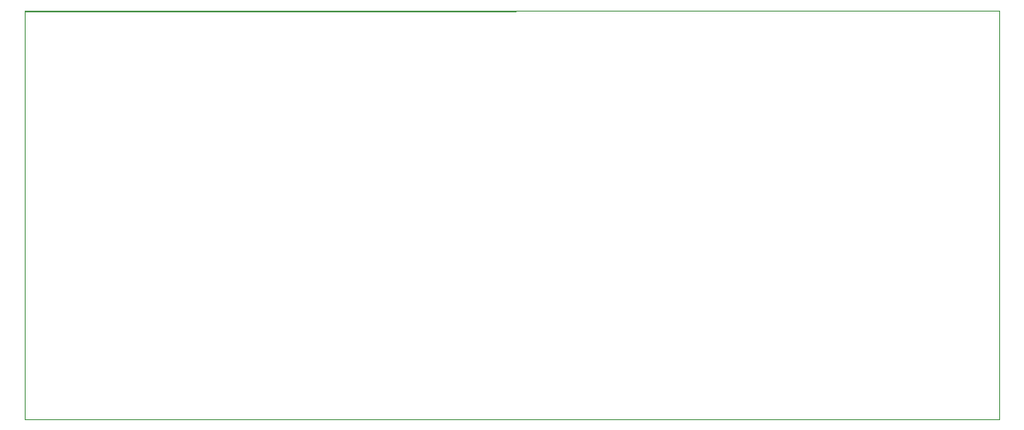
<source format=gbr>
%TF.GenerationSoftware,KiCad,Pcbnew,(5.1.7)-1*%
%TF.CreationDate,2020-10-28T13:08:50+04:00*%
%TF.ProjectId,stm32-home-light,73746d33-322d-4686-9f6d-652d6c696768,rev?*%
%TF.SameCoordinates,Original*%
%TF.FileFunction,Glue,Top*%
%TF.FilePolarity,Positive*%
%FSLAX46Y46*%
G04 Gerber Fmt 4.6, Leading zero omitted, Abs format (unit mm)*
G04 Created by KiCad (PCBNEW (5.1.7)-1) date 2020-10-28 13:08:50*
%MOMM*%
%LPD*%
G01*
G04 APERTURE LIST*
%TA.AperFunction,Profile*%
%ADD10C,0.100000*%
%TD*%
G04 APERTURE END LIST*
D10*
X229760000Y227500000D02*
X229760000Y185500000D01*
X129760000Y227410000D02*
X229760000Y227500000D01*
X129760000Y185500000D02*
X129760000Y227410000D01*
X229760000Y185500000D02*
X129760000Y185500000D01*
X129760000Y185500000D02*
X129760000Y227500000D01*
X129760000Y227500000D02*
X229760000Y227500000D01*
M02*

</source>
